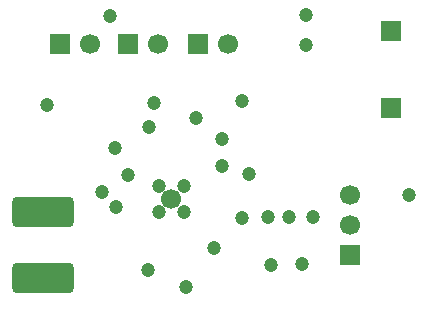
<source format=gbs>
G04 Layer_Color=16711935*
%FSLAX42Y42*%
%MOMM*%
G71*
G01*
G75*
%ADD37C,1.20*%
G04:AMPARAMS|DCode=41|XSize=2.6mm|YSize=5.2mm|CornerRadius=0.4mm|HoleSize=0mm|Usage=FLASHONLY|Rotation=270.000|XOffset=0mm|YOffset=0mm|HoleType=Round|Shape=RoundedRectangle|*
%AMROUNDEDRECTD41*
21,1,2.60,4.40,0,0,270.0*
21,1,1.80,5.20,0,0,270.0*
1,1,0.80,-2.20,-0.90*
1,1,0.80,-2.20,0.90*
1,1,0.80,2.20,0.90*
1,1,0.80,2.20,-0.90*
%
%ADD41ROUNDEDRECTD41*%
%ADD42R,1.70X1.70*%
%ADD43C,1.70*%
%ADD44R,1.70X1.70*%
D37*
X900Y2430D02*
D03*
X150Y210D02*
D03*
X490Y200D02*
D03*
X170Y770D02*
D03*
X490Y760D02*
D03*
X2560Y2180D02*
D03*
Y2440D02*
D03*
X1270Y1690D02*
D03*
X1850Y1390D02*
D03*
Y1160D02*
D03*
X1780Y460D02*
D03*
X2020Y720D02*
D03*
X1525Y990D02*
D03*
Y770D02*
D03*
X1315D02*
D03*
Y990D02*
D03*
X945Y1310D02*
D03*
X2020Y1710D02*
D03*
X2075Y1090D02*
D03*
X950Y810D02*
D03*
X1220Y280D02*
D03*
X1230Y1490D02*
D03*
X830Y940D02*
D03*
X1050Y1080D02*
D03*
X370Y1670D02*
D03*
X1630Y1560D02*
D03*
X2240Y730D02*
D03*
X2420D02*
D03*
X2620D02*
D03*
X2530Y330D02*
D03*
X3430Y910D02*
D03*
X1540Y130D02*
D03*
X2260Y320D02*
D03*
D41*
X330Y210D02*
D03*
Y770D02*
D03*
D42*
X1646Y2190D02*
D03*
X1056D02*
D03*
X476D02*
D03*
D43*
X1900D02*
D03*
X1310D02*
D03*
X730D02*
D03*
X2930Y914D02*
D03*
Y660D02*
D03*
X1420Y880D02*
D03*
D44*
X3280Y2300D02*
D03*
Y1650D02*
D03*
X2930Y406D02*
D03*
M02*

</source>
